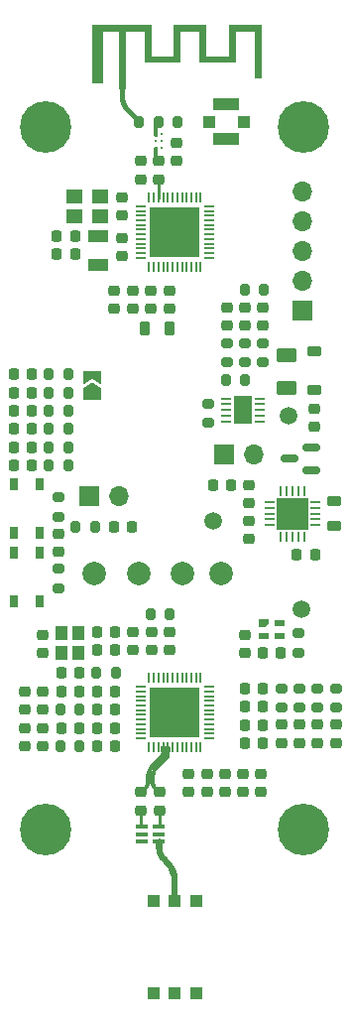
<source format=gts>
%TF.GenerationSoftware,KiCad,Pcbnew,8.0.6*%
%TF.CreationDate,2024-12-19T09:14:43+01:00*%
%TF.ProjectId,Clicker_PCB,436c6963-6b65-4725-9f50-43422e6b6963,rev?*%
%TF.SameCoordinates,Original*%
%TF.FileFunction,Soldermask,Top*%
%TF.FilePolarity,Negative*%
%FSLAX46Y46*%
G04 Gerber Fmt 4.6, Leading zero omitted, Abs format (unit mm)*
G04 Created by KiCad (PCBNEW 8.0.6) date 2024-12-19 09:14:43*
%MOMM*%
%LPD*%
G01*
G04 APERTURE LIST*
G04 Aperture macros list*
%AMRoundRect*
0 Rectangle with rounded corners*
0 $1 Rounding radius*
0 $2 $3 $4 $5 $6 $7 $8 $9 X,Y pos of 4 corners*
0 Add a 4 corners polygon primitive as box body*
4,1,4,$2,$3,$4,$5,$6,$7,$8,$9,$2,$3,0*
0 Add four circle primitives for the rounded corners*
1,1,$1+$1,$2,$3*
1,1,$1+$1,$4,$5*
1,1,$1+$1,$6,$7*
1,1,$1+$1,$8,$9*
0 Add four rect primitives between the rounded corners*
20,1,$1+$1,$2,$3,$4,$5,0*
20,1,$1+$1,$4,$5,$6,$7,0*
20,1,$1+$1,$6,$7,$8,$9,0*
20,1,$1+$1,$8,$9,$2,$3,0*%
%AMOutline5P*
0 Free polygon, 5 corners , with rotation*
0 The origin of the aperture is its center*
0 number of corners: always 5*
0 $1 to $10 corner X, Y*
0 $11 Rotation angle, in degrees counterclockwise*
0 create outline with 5 corners*
4,1,5,$1,$2,$3,$4,$5,$6,$7,$8,$9,$10,$1,$2,$11*%
%AMOutline6P*
0 Free polygon, 6 corners , with rotation*
0 The origin of the aperture is its center*
0 number of corners: always 6*
0 $1 to $12 corner X, Y*
0 $13 Rotation angle, in degrees counterclockwise*
0 create outline with 6 corners*
4,1,6,$1,$2,$3,$4,$5,$6,$7,$8,$9,$10,$11,$12,$1,$2,$13*%
%AMOutline7P*
0 Free polygon, 7 corners , with rotation*
0 The origin of the aperture is its center*
0 number of corners: always 7*
0 $1 to $14 corner X, Y*
0 $15 Rotation angle, in degrees counterclockwise*
0 create outline with 7 corners*
4,1,7,$1,$2,$3,$4,$5,$6,$7,$8,$9,$10,$11,$12,$13,$14,$1,$2,$15*%
%AMOutline8P*
0 Free polygon, 8 corners , with rotation*
0 The origin of the aperture is its center*
0 number of corners: always 8*
0 $1 to $16 corner X, Y*
0 $17 Rotation angle, in degrees counterclockwise*
0 create outline with 8 corners*
4,1,8,$1,$2,$3,$4,$5,$6,$7,$8,$9,$10,$11,$12,$13,$14,$15,$16,$1,$2,$17*%
%AMFreePoly0*
4,1,6,1.000000,0.000000,0.500000,-0.750000,-0.500000,-0.750000,-0.500000,0.750000,0.500000,0.750000,1.000000,0.000000,1.000000,0.000000,$1*%
%AMFreePoly1*
4,1,6,0.500000,-0.750000,-0.650000,-0.750000,-0.150000,0.000000,-0.650000,0.750000,0.500000,0.750000,0.500000,-0.750000,0.500000,-0.750000,$1*%
G04 Aperture macros list end*
%ADD10C,0.200000*%
%ADD11C,0.100000*%
%ADD12RoundRect,0.225000X-0.250000X0.225000X-0.250000X-0.225000X0.250000X-0.225000X0.250000X0.225000X0*%
%ADD13C,0.700000*%
%ADD14C,4.400000*%
%ADD15RoundRect,0.218750X-0.381250X0.218750X-0.381250X-0.218750X0.381250X-0.218750X0.381250X0.218750X0*%
%ADD16RoundRect,0.200000X0.275000X-0.200000X0.275000X0.200000X-0.275000X0.200000X-0.275000X-0.200000X0*%
%ADD17RoundRect,0.200000X-0.275000X0.200000X-0.275000X-0.200000X0.275000X-0.200000X0.275000X0.200000X0*%
%ADD18RoundRect,0.225000X0.225000X0.250000X-0.225000X0.250000X-0.225000X-0.250000X0.225000X-0.250000X0*%
%ADD19RoundRect,0.225000X0.375000X-0.225000X0.375000X0.225000X-0.375000X0.225000X-0.375000X-0.225000X0*%
%ADD20RoundRect,0.225000X-0.225000X-0.250000X0.225000X-0.250000X0.225000X0.250000X-0.225000X0.250000X0*%
%ADD21Outline5P,-0.425000X0.300000X0.425000X0.300000X0.425000X-0.030000X0.155000X-0.300000X-0.425000X-0.300000X0.000000*%
%ADD22R,0.850000X0.600000*%
%ADD23RoundRect,0.218750X-0.218750X-0.256250X0.218750X-0.256250X0.218750X0.256250X-0.218750X0.256250X0*%
%ADD24RoundRect,0.250000X-0.625000X0.375000X-0.625000X-0.375000X0.625000X-0.375000X0.625000X0.375000X0*%
%ADD25R,1.700000X1.700000*%
%ADD26O,1.700000X1.700000*%
%ADD27RoundRect,0.218750X0.256250X-0.218750X0.256250X0.218750X-0.256250X0.218750X-0.256250X-0.218750X0*%
%ADD28R,1.100000X1.100000*%
%ADD29RoundRect,0.225000X0.250000X-0.225000X0.250000X0.225000X-0.250000X0.225000X-0.250000X-0.225000X0*%
%ADD30RoundRect,0.062500X0.337500X0.062500X-0.337500X0.062500X-0.337500X-0.062500X0.337500X-0.062500X0*%
%ADD31RoundRect,0.062500X0.062500X0.337500X-0.062500X0.337500X-0.062500X-0.337500X0.062500X-0.337500X0*%
%ADD32R,2.700000X2.700000*%
%ADD33RoundRect,0.200000X-0.200000X-0.275000X0.200000X-0.275000X0.200000X0.275000X-0.200000X0.275000X0*%
%ADD34C,0.255000*%
%ADD35FreePoly0,90.000000*%
%ADD36FreePoly1,90.000000*%
%ADD37R,1.400000X1.200000*%
%ADD38R,0.650000X1.050000*%
%ADD39R,1.000000X1.150000*%
%ADD40RoundRect,0.200000X0.200000X0.275000X-0.200000X0.275000X-0.200000X-0.275000X0.200000X-0.275000X0*%
%ADD41C,2.000000*%
%ADD42R,1.800000X1.000000*%
%ADD43C,1.500000*%
%ADD44R,1.000000X1.000000*%
%ADD45R,2.200000X1.050000*%
%ADD46RoundRect,0.150000X0.587500X0.150000X-0.587500X0.150000X-0.587500X-0.150000X0.587500X-0.150000X0*%
%ADD47RoundRect,0.050000X-0.375000X-0.050000X0.375000X-0.050000X0.375000X0.050000X-0.375000X0.050000X0*%
%ADD48RoundRect,0.050000X-0.050000X-0.375000X0.050000X-0.375000X0.050000X0.375000X-0.050000X0.375000X0*%
%ADD49R,4.200000X4.200000*%
%ADD50RoundRect,0.050000X0.350000X0.050000X-0.350000X0.050000X-0.350000X-0.050000X0.350000X-0.050000X0*%
%ADD51RoundRect,0.050000X0.050000X0.350000X-0.050000X0.350000X-0.050000X-0.350000X0.050000X-0.350000X0*%
%ADD52R,4.300000X4.300000*%
%ADD53R,1.000000X0.300000*%
%ADD54RoundRect,0.218750X-0.218750X-0.381250X0.218750X-0.381250X0.218750X0.381250X-0.218750X0.381250X0*%
%ADD55RoundRect,0.062500X0.350000X0.062500X-0.350000X0.062500X-0.350000X-0.062500X0.350000X-0.062500X0*%
%ADD56R,1.580000X2.350000*%
G04 APERTURE END LIST*
D10*
X119350249Y-155144649D02*
X119377839Y-155172239D01*
X119392771Y-155208287D01*
X119394692Y-155227796D01*
X119394692Y-155516458D01*
X119400563Y-155524105D01*
X119414825Y-155558498D01*
X119416836Y-155573707D01*
X119417771Y-155575964D01*
X119419626Y-155594811D01*
X119419706Y-155595410D01*
X119419692Y-155595410D01*
X119419687Y-155595426D01*
X119419692Y-155595473D01*
X119419692Y-155729052D01*
X119419690Y-155729062D01*
X119419692Y-155729066D01*
X119418796Y-155738147D01*
X119417771Y-155748561D01*
X119417768Y-155748566D01*
X119410743Y-155819809D01*
X119384264Y-155907062D01*
X119341274Y-155987475D01*
X119295922Y-156042728D01*
X119295885Y-156042819D01*
X119283448Y-156057972D01*
X118557973Y-156783448D01*
X118557632Y-156783727D01*
X118488594Y-156852770D01*
X118369185Y-157008398D01*
X118271111Y-157178280D01*
X118196050Y-157359510D01*
X118145286Y-157548987D01*
X118119689Y-157743469D01*
X118119692Y-157841549D01*
X118119692Y-158096210D01*
X118106374Y-158265407D01*
X118066753Y-158430437D01*
X118001803Y-158587238D01*
X117913124Y-158731947D01*
X117803017Y-158860863D01*
X117802902Y-158861005D01*
X117533080Y-159130829D01*
X117533045Y-159130856D01*
X117533039Y-159130869D01*
X117532921Y-159130958D01*
X117517927Y-159143265D01*
X117515621Y-159144220D01*
X117499829Y-159156325D01*
X117461165Y-159172324D01*
X117441549Y-159174902D01*
X117439201Y-159175875D01*
X117419692Y-159177796D01*
X117394692Y-159177796D01*
X117375183Y-159175875D01*
X117339135Y-159160943D01*
X117311545Y-159133353D01*
X117296613Y-159097305D01*
X117296613Y-159058287D01*
X117311545Y-159022239D01*
X117339135Y-158994649D01*
X117375183Y-158979717D01*
X117394692Y-158977796D01*
X117403269Y-158977796D01*
X117661480Y-158719584D01*
X117661480Y-158719583D01*
X117661478Y-158719581D01*
X117710539Y-158670521D01*
X117792103Y-158558258D01*
X117855101Y-158434619D01*
X117897983Y-158302646D01*
X117919691Y-158165590D01*
X117919692Y-158096208D01*
X117919692Y-157841546D01*
X117934198Y-157620129D01*
X117977481Y-157402491D01*
X118048802Y-157192364D01*
X118146940Y-156993344D01*
X118270215Y-156808837D01*
X118416519Y-156641998D01*
X118416549Y-156642029D01*
X118416551Y-156642026D01*
X119142027Y-155916551D01*
X119142030Y-155916548D01*
X119142010Y-155916528D01*
X119166696Y-155891845D01*
X119201610Y-155831384D01*
X119219687Y-155763947D01*
X119219692Y-155729038D01*
X119219692Y-155614126D01*
X119213808Y-155606457D01*
X119199559Y-155572066D01*
X119197558Y-155556909D01*
X119196613Y-155554627D01*
X119194720Y-155535402D01*
X119194688Y-155535160D01*
X119194692Y-155535160D01*
X119194695Y-155535148D01*
X119194692Y-155535118D01*
X119194692Y-155227796D01*
X119196613Y-155208287D01*
X119211545Y-155172239D01*
X119239135Y-155144649D01*
X119275183Y-155129717D01*
X119314201Y-155129717D01*
X119350249Y-155144649D01*
G36*
X119350249Y-155144649D02*
G01*
X119377839Y-155172239D01*
X119392771Y-155208287D01*
X119394692Y-155227796D01*
X119394692Y-155516458D01*
X119400563Y-155524105D01*
X119414825Y-155558498D01*
X119416836Y-155573707D01*
X119417771Y-155575964D01*
X119419626Y-155594811D01*
X119419706Y-155595410D01*
X119419692Y-155595410D01*
X119419687Y-155595426D01*
X119419692Y-155595473D01*
X119419692Y-155729052D01*
X119419690Y-155729062D01*
X119419692Y-155729066D01*
X119418796Y-155738147D01*
X119417771Y-155748561D01*
X119417768Y-155748566D01*
X119410743Y-155819809D01*
X119384264Y-155907062D01*
X119341274Y-155987475D01*
X119295922Y-156042728D01*
X119295885Y-156042819D01*
X119283448Y-156057972D01*
X118557973Y-156783448D01*
X118557632Y-156783727D01*
X118488594Y-156852770D01*
X118369185Y-157008398D01*
X118271111Y-157178280D01*
X118196050Y-157359510D01*
X118145286Y-157548987D01*
X118119689Y-157743469D01*
X118119692Y-157841549D01*
X118119692Y-158096210D01*
X118106374Y-158265407D01*
X118066753Y-158430437D01*
X118001803Y-158587238D01*
X117913124Y-158731947D01*
X117803017Y-158860863D01*
X117802902Y-158861005D01*
X117533080Y-159130829D01*
X117533045Y-159130856D01*
X117533039Y-159130869D01*
X117532921Y-159130958D01*
X117517927Y-159143265D01*
X117515621Y-159144220D01*
X117499829Y-159156325D01*
X117461165Y-159172324D01*
X117441549Y-159174902D01*
X117439201Y-159175875D01*
X117419692Y-159177796D01*
X117394692Y-159177796D01*
X117375183Y-159175875D01*
X117339135Y-159160943D01*
X117311545Y-159133353D01*
X117296613Y-159097305D01*
X117296613Y-159058287D01*
X117311545Y-159022239D01*
X117339135Y-158994649D01*
X117375183Y-158979717D01*
X117394692Y-158977796D01*
X117403269Y-158977796D01*
X117661480Y-158719584D01*
X117661480Y-158719583D01*
X117661478Y-158719581D01*
X117710539Y-158670521D01*
X117792103Y-158558258D01*
X117855101Y-158434619D01*
X117897983Y-158302646D01*
X117919691Y-158165590D01*
X117919692Y-158096208D01*
X117919692Y-157841546D01*
X117934198Y-157620129D01*
X117977481Y-157402491D01*
X118048802Y-157192364D01*
X118146940Y-156993344D01*
X118270215Y-156808837D01*
X118416519Y-156641998D01*
X118416549Y-156642029D01*
X118416551Y-156642026D01*
X119142027Y-155916551D01*
X119142030Y-155916548D01*
X119142010Y-155916528D01*
X119166696Y-155891845D01*
X119201610Y-155831384D01*
X119219687Y-155763947D01*
X119219692Y-155729038D01*
X119219692Y-155614126D01*
X119213808Y-155606457D01*
X119199559Y-155572066D01*
X119197558Y-155556909D01*
X119196613Y-155554627D01*
X119194720Y-155535402D01*
X119194688Y-155535160D01*
X119194692Y-155535160D01*
X119194695Y-155535148D01*
X119194692Y-155535118D01*
X119194692Y-155227796D01*
X119196613Y-155208287D01*
X119211545Y-155172239D01*
X119239135Y-155144649D01*
X119275183Y-155129717D01*
X119314201Y-155129717D01*
X119350249Y-155144649D01*
G37*
D11*
X118719446Y-104000066D02*
X118753934Y-104034554D01*
X118772598Y-104079614D01*
X118775000Y-104104000D01*
X118775000Y-104975000D01*
X118772598Y-104999386D01*
X118753934Y-105044446D01*
X118719446Y-105078934D01*
X118674386Y-105097598D01*
X118625614Y-105097598D01*
X118580554Y-105078934D01*
X118546066Y-105044446D01*
X118527402Y-104999386D01*
X118525000Y-104975000D01*
X118525000Y-104104000D01*
X118527402Y-104079614D01*
X118546066Y-104034554D01*
X118580554Y-104000066D01*
X118625614Y-103981402D01*
X118674386Y-103981402D01*
X118719446Y-104000066D01*
G36*
X118719446Y-104000066D02*
G01*
X118753934Y-104034554D01*
X118772598Y-104079614D01*
X118775000Y-104104000D01*
X118775000Y-104975000D01*
X118772598Y-104999386D01*
X118753934Y-105044446D01*
X118719446Y-105078934D01*
X118674386Y-105097598D01*
X118625614Y-105097598D01*
X118580554Y-105078934D01*
X118546066Y-105044446D01*
X118527402Y-104999386D01*
X118525000Y-104975000D01*
X118525000Y-104104000D01*
X118527402Y-104079614D01*
X118546066Y-104034554D01*
X118580554Y-104000066D01*
X118625614Y-103981402D01*
X118674386Y-103981402D01*
X118719446Y-104000066D01*
G37*
X118200000Y-96264879D02*
X118199944Y-96264935D01*
X118200010Y-96265001D01*
X120199936Y-96265001D01*
X120200000Y-96264937D01*
X120200000Y-93625000D01*
X122900000Y-93625000D01*
X122900057Y-93625057D01*
X122900057Y-96264886D01*
X124900022Y-96264886D01*
X124900046Y-96264862D01*
X124900046Y-93625046D01*
X124900000Y-93625000D01*
X127600000Y-93625000D01*
X127600000Y-98062500D01*
X127100000Y-98062500D01*
X127100000Y-94125000D01*
X125400000Y-94125000D01*
X125400000Y-96764974D01*
X125400038Y-96765012D01*
X122400074Y-96765012D01*
X122399963Y-96764901D01*
X122399963Y-94125037D01*
X122400000Y-94125000D01*
X120700000Y-94125000D01*
X120700000Y-96764816D01*
X120700121Y-96764937D01*
X120700010Y-96765048D01*
X117699903Y-96765048D01*
X117699903Y-94125097D01*
X117700000Y-94125000D01*
X116000000Y-94125000D01*
X116000000Y-99025000D01*
X115500000Y-99025000D01*
X115500000Y-94125000D01*
X114100000Y-94125000D01*
X114100000Y-98525000D01*
X113200000Y-98525000D01*
X113200000Y-93625000D01*
X118200000Y-93625000D01*
X118200000Y-96264879D01*
G36*
X118200000Y-96264879D02*
G01*
X118199944Y-96264935D01*
X118200010Y-96265001D01*
X120199936Y-96265001D01*
X120200000Y-96264937D01*
X120200000Y-93625000D01*
X122900000Y-93625000D01*
X122900057Y-93625057D01*
X122900057Y-96264886D01*
X124900022Y-96264886D01*
X124900046Y-96264862D01*
X124900046Y-93625046D01*
X124900000Y-93625000D01*
X127600000Y-93625000D01*
X127600000Y-98062500D01*
X127100000Y-98062500D01*
X127100000Y-94125000D01*
X125400000Y-94125000D01*
X125400000Y-96764974D01*
X125400038Y-96765012D01*
X122400074Y-96765012D01*
X122399963Y-96764901D01*
X122399963Y-94125037D01*
X122400000Y-94125000D01*
X120700000Y-94125000D01*
X120700000Y-96764816D01*
X120700121Y-96764937D01*
X120700010Y-96765048D01*
X117699903Y-96765048D01*
X117699903Y-94125097D01*
X117700000Y-94125000D01*
X116000000Y-94125000D01*
X116000000Y-99025000D01*
X115500000Y-99025000D01*
X115500000Y-94125000D01*
X114100000Y-94125000D01*
X114100000Y-98525000D01*
X113200000Y-98525000D01*
X113200000Y-93625000D01*
X118200000Y-93625000D01*
X118200000Y-96264879D01*
G37*
D10*
X119047225Y-163154492D02*
X119095507Y-163202774D01*
X119121637Y-163265858D01*
X119125000Y-163299999D01*
X119125000Y-163849999D01*
X119124995Y-163850049D01*
X119124995Y-163940728D01*
X119153381Y-164119952D01*
X119209455Y-164292528D01*
X119291836Y-164454208D01*
X119398496Y-164601010D01*
X119462652Y-164665164D01*
X119748744Y-164951256D01*
X119748765Y-164951281D01*
X119934030Y-165158593D01*
X120094938Y-165385371D01*
X120229443Y-165628739D01*
X120335854Y-165885636D01*
X120412832Y-166152832D01*
X120459410Y-166426967D01*
X120475002Y-166704594D01*
X120475000Y-166704594D01*
X120475000Y-168325000D01*
X120471637Y-168359141D01*
X120445507Y-168422225D01*
X120397225Y-168470507D01*
X120334141Y-168496637D01*
X120265859Y-168496637D01*
X120202775Y-168470507D01*
X120154493Y-168422225D01*
X120128363Y-168359141D01*
X120125000Y-168325000D01*
X120125000Y-166704594D01*
X120125002Y-166704573D01*
X120125002Y-166584999D01*
X120098221Y-166347312D01*
X120044995Y-166114118D01*
X119965995Y-165888350D01*
X119862214Y-165672846D01*
X119734956Y-165470317D01*
X119585823Y-165283310D01*
X119501256Y-165198744D01*
X119215165Y-164912653D01*
X119215148Y-164912633D01*
X119085552Y-164764859D01*
X118976337Y-164601410D01*
X118889392Y-164425105D01*
X118826203Y-164238958D01*
X118787852Y-164046157D01*
X118774995Y-163849999D01*
X118775000Y-163849999D01*
X118775000Y-163299999D01*
X118778363Y-163265858D01*
X118804493Y-163202774D01*
X118852775Y-163154492D01*
X118915859Y-163128362D01*
X118984141Y-163128362D01*
X119047225Y-163154492D01*
G36*
X119047225Y-163154492D02*
G01*
X119095507Y-163202774D01*
X119121637Y-163265858D01*
X119125000Y-163299999D01*
X119125000Y-163849999D01*
X119124995Y-163850049D01*
X119124995Y-163940728D01*
X119153381Y-164119952D01*
X119209455Y-164292528D01*
X119291836Y-164454208D01*
X119398496Y-164601010D01*
X119462652Y-164665164D01*
X119748744Y-164951256D01*
X119748765Y-164951281D01*
X119934030Y-165158593D01*
X120094938Y-165385371D01*
X120229443Y-165628739D01*
X120335854Y-165885636D01*
X120412832Y-166152832D01*
X120459410Y-166426967D01*
X120475002Y-166704594D01*
X120475000Y-166704594D01*
X120475000Y-168325000D01*
X120471637Y-168359141D01*
X120445507Y-168422225D01*
X120397225Y-168470507D01*
X120334141Y-168496637D01*
X120265859Y-168496637D01*
X120202775Y-168470507D01*
X120154493Y-168422225D01*
X120128363Y-168359141D01*
X120125000Y-168325000D01*
X120125000Y-166704594D01*
X120125002Y-166704573D01*
X120125002Y-166584999D01*
X120098221Y-166347312D01*
X120044995Y-166114118D01*
X119965995Y-165888350D01*
X119862214Y-165672846D01*
X119734956Y-165470317D01*
X119585823Y-165283310D01*
X119501256Y-165198744D01*
X119215165Y-164912653D01*
X119215148Y-164912633D01*
X119085552Y-164764859D01*
X118976337Y-164601410D01*
X118889392Y-164425105D01*
X118826203Y-164238958D01*
X118787852Y-164046157D01*
X118774995Y-163849999D01*
X118775000Y-163849999D01*
X118775000Y-163299999D01*
X118778363Y-163265858D01*
X118804493Y-163202774D01*
X118852775Y-163154492D01*
X118915859Y-163128362D01*
X118984141Y-163128362D01*
X119047225Y-163154492D01*
G37*
D11*
X115847225Y-98629493D02*
X115895507Y-98677775D01*
X115921637Y-98740859D01*
X115925000Y-98775000D01*
X115925000Y-99575000D01*
X115925009Y-99575000D01*
X115925009Y-99690118D01*
X115955060Y-99918385D01*
X116014649Y-100140777D01*
X116102755Y-100353489D01*
X116217872Y-100552880D01*
X116358030Y-100735541D01*
X116439429Y-100816941D01*
X117373744Y-101751256D01*
X117395507Y-101777776D01*
X117421637Y-101840860D01*
X117421637Y-101909141D01*
X117395507Y-101972224D01*
X117347224Y-102020507D01*
X117284141Y-102046637D01*
X117215860Y-102046637D01*
X117152776Y-102020507D01*
X117126256Y-101998744D01*
X116191941Y-101064429D01*
X116191932Y-101064418D01*
X116034545Y-100888298D01*
X115897859Y-100695654D01*
X115783602Y-100488917D01*
X115693209Y-100270687D01*
X115627819Y-100043710D01*
X115588253Y-99810838D01*
X115575020Y-99575212D01*
X115575000Y-99575000D01*
X115575000Y-98775000D01*
X115578363Y-98740859D01*
X115604493Y-98677775D01*
X115652775Y-98629493D01*
X115715859Y-98603363D01*
X115784141Y-98603363D01*
X115847225Y-98629493D01*
G36*
X115847225Y-98629493D02*
G01*
X115895507Y-98677775D01*
X115921637Y-98740859D01*
X115925000Y-98775000D01*
X115925000Y-99575000D01*
X115925009Y-99575000D01*
X115925009Y-99690118D01*
X115955060Y-99918385D01*
X116014649Y-100140777D01*
X116102755Y-100353489D01*
X116217872Y-100552880D01*
X116358030Y-100735541D01*
X116439429Y-100816941D01*
X117373744Y-101751256D01*
X117395507Y-101777776D01*
X117421637Y-101840860D01*
X117421637Y-101909141D01*
X117395507Y-101972224D01*
X117347224Y-102020507D01*
X117284141Y-102046637D01*
X117215860Y-102046637D01*
X117152776Y-102020507D01*
X117126256Y-101998744D01*
X116191941Y-101064429D01*
X116191932Y-101064418D01*
X116034545Y-100888298D01*
X115897859Y-100695654D01*
X115783602Y-100488917D01*
X115693209Y-100270687D01*
X115627819Y-100043710D01*
X115588253Y-99810838D01*
X115575020Y-99575212D01*
X115575000Y-99575000D01*
X115575000Y-98775000D01*
X115578363Y-98740859D01*
X115604493Y-98677775D01*
X115652775Y-98629493D01*
X115715859Y-98603363D01*
X115784141Y-98603363D01*
X115847225Y-98629493D01*
G37*
X117455557Y-160541853D02*
X117483147Y-160569443D01*
X117498079Y-160605491D01*
X117500000Y-160625000D01*
X117500000Y-161914645D01*
X117498079Y-161934154D01*
X117483147Y-161970202D01*
X117455557Y-161997792D01*
X117419509Y-162012724D01*
X117380491Y-162012724D01*
X117344443Y-161997792D01*
X117316853Y-161970202D01*
X117301921Y-161934154D01*
X117300000Y-161914645D01*
X117300000Y-160625000D01*
X117301921Y-160605491D01*
X117316853Y-160569443D01*
X117344443Y-160541853D01*
X117380491Y-160526921D01*
X117419509Y-160526921D01*
X117455557Y-160541853D01*
G36*
X117455557Y-160541853D02*
G01*
X117483147Y-160569443D01*
X117498079Y-160605491D01*
X117500000Y-160625000D01*
X117500000Y-161914645D01*
X117498079Y-161934154D01*
X117483147Y-161970202D01*
X117455557Y-161997792D01*
X117419509Y-162012724D01*
X117380491Y-162012724D01*
X117344443Y-161997792D01*
X117316853Y-161970202D01*
X117301921Y-161934154D01*
X117300000Y-161914645D01*
X117300000Y-160625000D01*
X117301921Y-160605491D01*
X117316853Y-160569443D01*
X117344443Y-160541853D01*
X117380491Y-160526921D01*
X117419509Y-160526921D01*
X117455557Y-160541853D01*
G37*
X118955558Y-106691854D02*
X118983148Y-106719444D01*
X118998080Y-106755492D01*
X119000001Y-106775001D01*
X119000001Y-108325000D01*
X118998080Y-108344509D01*
X118983148Y-108380557D01*
X118955558Y-108408147D01*
X118919510Y-108423079D01*
X118880492Y-108423079D01*
X118844444Y-108408147D01*
X118816854Y-108380557D01*
X118801922Y-108344509D01*
X118800001Y-108325000D01*
X118800001Y-106775001D01*
X118801922Y-106755492D01*
X118816854Y-106719444D01*
X118844444Y-106691854D01*
X118880492Y-106676922D01*
X118919510Y-106676922D01*
X118955558Y-106691854D01*
G36*
X118955558Y-106691854D02*
G01*
X118983148Y-106719444D01*
X118998080Y-106755492D01*
X119000001Y-106775001D01*
X119000001Y-108325000D01*
X118998080Y-108344509D01*
X118983148Y-108380557D01*
X118955558Y-108408147D01*
X118919510Y-108423079D01*
X118880492Y-108423079D01*
X118844444Y-108408147D01*
X118816854Y-108380557D01*
X118801922Y-108344509D01*
X118800001Y-108325000D01*
X118800001Y-106775001D01*
X118801922Y-106755492D01*
X118816854Y-106719444D01*
X118844444Y-106691854D01*
X118880492Y-106676922D01*
X118919510Y-106676922D01*
X118955558Y-106691854D01*
G37*
X119055557Y-160541853D02*
X119083147Y-160569443D01*
X119098079Y-160605491D01*
X119100000Y-160625000D01*
X119100000Y-161914645D01*
X119098079Y-161934154D01*
X119083147Y-161970202D01*
X119055557Y-161997792D01*
X119019509Y-162012724D01*
X118980491Y-162012724D01*
X118944443Y-161997792D01*
X118916853Y-161970202D01*
X118901921Y-161934154D01*
X118900000Y-161914645D01*
X118900000Y-160625000D01*
X118901921Y-160605491D01*
X118916853Y-160569443D01*
X118944443Y-160541853D01*
X118980491Y-160526921D01*
X119019509Y-160526921D01*
X119055557Y-160541853D01*
G36*
X119055557Y-160541853D02*
G01*
X119083147Y-160569443D01*
X119098079Y-160605491D01*
X119100000Y-160625000D01*
X119100000Y-161914645D01*
X119098079Y-161934154D01*
X119083147Y-161970202D01*
X119055557Y-161997792D01*
X119019509Y-162012724D01*
X118980491Y-162012724D01*
X118944443Y-161997792D01*
X118916853Y-161970202D01*
X118901921Y-161934154D01*
X118900000Y-161914645D01*
X118900000Y-160625000D01*
X118901921Y-160605491D01*
X118916853Y-160569443D01*
X118944443Y-160541853D01*
X118980491Y-160526921D01*
X119019509Y-160526921D01*
X119055557Y-160541853D01*
G37*
X118719446Y-102046066D02*
X118753934Y-102080554D01*
X118772598Y-102125614D01*
X118775000Y-102150000D01*
X118775000Y-102950000D01*
X118772598Y-102974386D01*
X118753934Y-103019446D01*
X118719446Y-103053934D01*
X118674386Y-103072598D01*
X118625614Y-103072598D01*
X118580554Y-103053934D01*
X118546066Y-103019446D01*
X118527402Y-102974386D01*
X118525000Y-102950000D01*
X118525000Y-102150000D01*
X118527402Y-102125614D01*
X118546066Y-102080554D01*
X118580554Y-102046066D01*
X118625614Y-102027402D01*
X118674386Y-102027402D01*
X118719446Y-102046066D01*
G36*
X118719446Y-102046066D02*
G01*
X118753934Y-102080554D01*
X118772598Y-102125614D01*
X118775000Y-102150000D01*
X118775000Y-102950000D01*
X118772598Y-102974386D01*
X118753934Y-103019446D01*
X118719446Y-103053934D01*
X118674386Y-103072598D01*
X118625614Y-103072598D01*
X118580554Y-103053934D01*
X118546066Y-103019446D01*
X118527402Y-102974386D01*
X118525000Y-102950000D01*
X118525000Y-102150000D01*
X118527402Y-102125614D01*
X118546066Y-102080554D01*
X118580554Y-102046066D01*
X118625614Y-102027402D01*
X118674386Y-102027402D01*
X118719446Y-102046066D01*
G37*
D10*
X119755557Y-155141853D02*
X119783147Y-155169443D01*
X119798079Y-155205491D01*
X119800000Y-155225000D01*
X119800000Y-155532322D01*
X119799996Y-155532360D01*
X119800000Y-155532374D01*
X119799979Y-155532526D01*
X119798079Y-155551831D01*
X119797126Y-155554131D01*
X119795125Y-155569281D01*
X119780870Y-155603671D01*
X119775000Y-155611319D01*
X119775000Y-155798744D01*
X119774999Y-155798749D01*
X119775000Y-155798752D01*
X119774185Y-155807017D01*
X119773079Y-155818253D01*
X119773077Y-155818256D01*
X119762691Y-155923637D01*
X119726256Y-156043722D01*
X119667096Y-156154392D01*
X119599962Y-156236190D01*
X119599936Y-156236255D01*
X119587500Y-156251409D01*
X118862024Y-156976885D01*
X118861739Y-156977118D01*
X118800761Y-157038101D01*
X118695316Y-157175528D01*
X118608712Y-157325542D01*
X118542429Y-157485577D01*
X118497602Y-157652895D01*
X118474998Y-157824632D01*
X118475000Y-157911241D01*
X118475000Y-158093413D01*
X118474995Y-158093463D01*
X118474996Y-158162794D01*
X118496705Y-158299851D01*
X118539587Y-158431824D01*
X118602586Y-158555465D01*
X118684150Y-158667728D01*
X118991422Y-158975000D01*
X119000000Y-158975000D01*
X119019509Y-158976921D01*
X119055557Y-158991853D01*
X119083147Y-159019443D01*
X119098079Y-159055491D01*
X119098079Y-159094509D01*
X119083147Y-159130557D01*
X119055557Y-159158147D01*
X119019509Y-159173079D01*
X119000000Y-159175000D01*
X118975000Y-159175000D01*
X118955491Y-159173079D01*
X118953207Y-159172133D01*
X118933512Y-159169542D01*
X118894848Y-159153538D01*
X118879019Y-159141402D01*
X118876765Y-159140469D01*
X118862046Y-159128390D01*
X118861639Y-159128078D01*
X118861648Y-159128069D01*
X118861641Y-159128058D01*
X118861611Y-159128033D01*
X118591789Y-158858211D01*
X118591743Y-158858155D01*
X118481565Y-158729154D01*
X118392885Y-158584443D01*
X118327935Y-158427643D01*
X118288313Y-158262612D01*
X118274995Y-158093414D01*
X118275000Y-158093414D01*
X118275000Y-157911238D01*
X118288010Y-157712664D01*
X118326828Y-157517478D01*
X118390792Y-157329029D01*
X118478806Y-157150540D01*
X118589364Y-156985067D01*
X118720575Y-156835440D01*
X118720600Y-156835465D01*
X119446079Y-156109986D01*
X119446065Y-156109972D01*
X119476720Y-156079318D01*
X119524892Y-156007228D01*
X119558076Y-155927125D01*
X119574997Y-155842088D01*
X119575000Y-155798736D01*
X119575000Y-155592677D01*
X119575003Y-155592637D01*
X119575000Y-155592623D01*
X119575020Y-155592464D01*
X119576921Y-155573168D01*
X119577874Y-155570866D01*
X119579876Y-155555717D01*
X119594131Y-155521328D01*
X119600000Y-155513680D01*
X119600000Y-155225000D01*
X119601921Y-155205491D01*
X119616853Y-155169443D01*
X119644443Y-155141853D01*
X119680491Y-155126921D01*
X119719509Y-155126921D01*
X119755557Y-155141853D01*
G36*
X119755557Y-155141853D02*
G01*
X119783147Y-155169443D01*
X119798079Y-155205491D01*
X119800000Y-155225000D01*
X119800000Y-155532322D01*
X119799996Y-155532360D01*
X119800000Y-155532374D01*
X119799979Y-155532526D01*
X119798079Y-155551831D01*
X119797126Y-155554131D01*
X119795125Y-155569281D01*
X119780870Y-155603671D01*
X119775000Y-155611319D01*
X119775000Y-155798744D01*
X119774999Y-155798749D01*
X119775000Y-155798752D01*
X119774185Y-155807017D01*
X119773079Y-155818253D01*
X119773077Y-155818256D01*
X119762691Y-155923637D01*
X119726256Y-156043722D01*
X119667096Y-156154392D01*
X119599962Y-156236190D01*
X119599936Y-156236255D01*
X119587500Y-156251409D01*
X118862024Y-156976885D01*
X118861739Y-156977118D01*
X118800761Y-157038101D01*
X118695316Y-157175528D01*
X118608712Y-157325542D01*
X118542429Y-157485577D01*
X118497602Y-157652895D01*
X118474998Y-157824632D01*
X118475000Y-157911241D01*
X118475000Y-158093413D01*
X118474995Y-158093463D01*
X118474996Y-158162794D01*
X118496705Y-158299851D01*
X118539587Y-158431824D01*
X118602586Y-158555465D01*
X118684150Y-158667728D01*
X118991422Y-158975000D01*
X119000000Y-158975000D01*
X119019509Y-158976921D01*
X119055557Y-158991853D01*
X119083147Y-159019443D01*
X119098079Y-159055491D01*
X119098079Y-159094509D01*
X119083147Y-159130557D01*
X119055557Y-159158147D01*
X119019509Y-159173079D01*
X119000000Y-159175000D01*
X118975000Y-159175000D01*
X118955491Y-159173079D01*
X118953207Y-159172133D01*
X118933512Y-159169542D01*
X118894848Y-159153538D01*
X118879019Y-159141402D01*
X118876765Y-159140469D01*
X118862046Y-159128390D01*
X118861639Y-159128078D01*
X118861648Y-159128069D01*
X118861641Y-159128058D01*
X118861611Y-159128033D01*
X118591789Y-158858211D01*
X118591743Y-158858155D01*
X118481565Y-158729154D01*
X118392885Y-158584443D01*
X118327935Y-158427643D01*
X118288313Y-158262612D01*
X118274995Y-158093414D01*
X118275000Y-158093414D01*
X118275000Y-157911238D01*
X118288010Y-157712664D01*
X118326828Y-157517478D01*
X118390792Y-157329029D01*
X118478806Y-157150540D01*
X118589364Y-156985067D01*
X118720575Y-156835440D01*
X118720600Y-156835465D01*
X119446079Y-156109986D01*
X119446065Y-156109972D01*
X119476720Y-156079318D01*
X119524892Y-156007228D01*
X119558076Y-155927125D01*
X119574997Y-155842088D01*
X119575000Y-155798736D01*
X119575000Y-155592677D01*
X119575003Y-155592637D01*
X119575000Y-155592623D01*
X119575020Y-155592464D01*
X119576921Y-155573168D01*
X119577874Y-155570866D01*
X119579876Y-155555717D01*
X119594131Y-155521328D01*
X119600000Y-155513680D01*
X119600000Y-155225000D01*
X119601921Y-155205491D01*
X119616853Y-155169443D01*
X119644443Y-155141853D01*
X119680491Y-155126921D01*
X119719509Y-155126921D01*
X119755557Y-155141853D01*
G37*
D12*
%TO.C,C35*%
X126275000Y-145625000D03*
X126275000Y-147175000D03*
%TD*%
D13*
%TO.C,H1*%
X107650000Y-102275000D03*
X108133274Y-101108274D03*
X108133274Y-103441726D03*
X109300000Y-100625000D03*
D14*
X109300000Y-102275000D03*
D13*
X109300000Y-103925000D03*
X110466726Y-101108274D03*
X110466726Y-103441726D03*
X110950000Y-102275000D03*
%TD*%
D15*
%TO.C,L2*%
X133925000Y-134237500D03*
X133925000Y-136362500D03*
%TD*%
D16*
%TO.C,R15*%
X126287500Y-122399997D03*
X126287500Y-120749997D03*
%TD*%
D17*
%TO.C,R24*%
X132475000Y-150225000D03*
X132475000Y-151875000D03*
%TD*%
D12*
%TO.C,C6*%
X115100000Y-116275000D03*
X115100000Y-117825000D03*
%TD*%
D18*
%TO.C,C32*%
X115200000Y-146925000D03*
X113650000Y-146925000D03*
%TD*%
D16*
%TO.C,R16*%
X124737500Y-122399998D03*
X124737500Y-120749998D03*
%TD*%
D19*
%TO.C,D11*%
X132225000Y-124775000D03*
X132225000Y-121475000D03*
%TD*%
D20*
%TO.C,C24*%
X126275000Y-154900000D03*
X127825000Y-154900000D03*
%TD*%
D21*
%TO.C,U6*%
X127900000Y-144675000D03*
D22*
X129250000Y-144675000D03*
X129250000Y-145775000D03*
X127900000Y-145775000D03*
%TD*%
D23*
%TO.C,D2*%
X106512500Y-126525000D03*
X108087500Y-126525000D03*
%TD*%
D20*
%TO.C,C34*%
X126275000Y-153350000D03*
X127825000Y-153350000D03*
%TD*%
D17*
%TO.C,R25*%
X130925000Y-150225000D03*
X130925000Y-151875000D03*
%TD*%
D12*
%TO.C,C42*%
X109025000Y-145650000D03*
X109025000Y-147200000D03*
%TD*%
D24*
%TO.C,F1*%
X129825000Y-121800000D03*
X129825000Y-124599998D03*
%TD*%
D16*
%TO.C,R5*%
X110325000Y-141650000D03*
X110325000Y-140000000D03*
%TD*%
D25*
%TO.C,BT1*%
X124525000Y-130249999D03*
D26*
X127065000Y-130249999D03*
%TD*%
D12*
%TO.C,C31*%
X123025000Y-157525000D03*
X123025000Y-159075000D03*
%TD*%
D27*
%TO.C,D9*%
X126287499Y-119287498D03*
X126287499Y-117712496D03*
%TD*%
D28*
%TO.C,AE2*%
X120300000Y-168325000D03*
X122100000Y-176225000D03*
X122100000Y-168325000D03*
X120300000Y-176225000D03*
X118500000Y-176225000D03*
X118500000Y-168325000D03*
%TD*%
D13*
%TO.C,H3*%
X107650000Y-162275000D03*
X108133274Y-161108274D03*
X108133274Y-163441726D03*
X109300000Y-160625000D03*
D14*
X109300000Y-162275000D03*
D13*
X109300000Y-163925000D03*
X110466726Y-161108274D03*
X110466726Y-163441726D03*
X110950000Y-162275000D03*
%TD*%
D27*
%TO.C,D12*%
X134025000Y-154887501D03*
X134025000Y-153312499D03*
%TD*%
D23*
%TO.C,D3*%
X106512500Y-128075000D03*
X108087500Y-128075000D03*
%TD*%
D17*
%TO.C,TH1*%
X123106250Y-125918748D03*
X123106250Y-127568748D03*
%TD*%
D29*
%TO.C,C22*%
X118300000Y-146925000D03*
X118300000Y-145375000D03*
%TD*%
D30*
%TO.C,U4*%
X132300000Y-136300000D03*
X132300000Y-135800000D03*
X132300000Y-135300000D03*
X132300000Y-134800000D03*
X132300000Y-134300000D03*
D31*
X131350000Y-133350000D03*
X130850000Y-133350000D03*
X130350000Y-133350000D03*
X129850000Y-133350000D03*
X129350000Y-133350000D03*
D30*
X128400000Y-134300000D03*
X128400000Y-134800000D03*
X128400000Y-135300000D03*
X128400000Y-135800000D03*
X128400000Y-136300000D03*
D31*
X129350000Y-137250000D03*
X129850000Y-137250000D03*
X130350000Y-137250000D03*
X130850000Y-137250000D03*
X131350000Y-137250000D03*
D32*
X130350000Y-135300000D03*
%TD*%
D17*
%TO.C,R4*%
X110325000Y-133900000D03*
X110325000Y-135550000D03*
%TD*%
D20*
%TO.C,C19*%
X130700000Y-138775000D03*
X132250000Y-138775000D03*
%TD*%
D16*
%TO.C,R14*%
X127837500Y-122399998D03*
X127837500Y-120749998D03*
%TD*%
D33*
%TO.C,R22*%
X110525000Y-152025000D03*
X112175000Y-152025000D03*
%TD*%
D17*
%TO.C,R23*%
X134025000Y-150225000D03*
X134025000Y-151875000D03*
%TD*%
D29*
%TO.C,C23*%
X116750000Y-146925000D03*
X116750000Y-145375000D03*
%TD*%
D18*
%TO.C,C13*%
X111775000Y-111600000D03*
X110225000Y-111600000D03*
%TD*%
D34*
%TO.C,U2*%
X118650000Y-102950000D03*
X119150000Y-102950000D03*
X118650000Y-103527000D03*
X119150000Y-103527000D03*
X118650000Y-104104000D03*
X119150000Y-104104000D03*
%TD*%
D35*
%TO.C,JP1*%
X113200000Y-125074999D03*
D36*
X113200000Y-123625001D03*
%TD*%
D37*
%TO.C,Y2*%
X111700000Y-109925000D03*
X113900000Y-109925000D03*
X113900000Y-108225000D03*
X111700000Y-108225000D03*
%TD*%
D12*
%TO.C,C11*%
X115800000Y-111800000D03*
X115800000Y-113350000D03*
%TD*%
D33*
%TO.C,R13*%
X117250000Y-101875000D03*
X118900000Y-101875000D03*
%TD*%
D38*
%TO.C,SW3*%
X108725000Y-138600000D03*
X108725000Y-142750000D03*
X106575000Y-138600000D03*
X106575000Y-142750000D03*
%TD*%
D29*
%TO.C,C21*%
X119850000Y-146925000D03*
X119850000Y-145375000D03*
%TD*%
%TO.C,C2*%
X120450000Y-105225000D03*
X120450000Y-103675000D03*
%TD*%
D18*
%TO.C,C14*%
X111775000Y-113175000D03*
X110225000Y-113175000D03*
%TD*%
D29*
%TO.C,C10*%
X110325000Y-138550000D03*
X110325000Y-137000000D03*
%TD*%
D13*
%TO.C,H2*%
X129650000Y-102275000D03*
X130133274Y-101108274D03*
X130133274Y-103441726D03*
X131300000Y-100625000D03*
D14*
X131300000Y-102275000D03*
D13*
X131300000Y-103925000D03*
X132466726Y-101108274D03*
X132466726Y-103441726D03*
X132950000Y-102275000D03*
%TD*%
D18*
%TO.C,C36*%
X129350000Y-147175000D03*
X127800000Y-147175000D03*
%TD*%
D20*
%TO.C,C20*%
X126275000Y-150250000D03*
X127825000Y-150250000D03*
%TD*%
D18*
%TO.C,C45*%
X115200000Y-152025000D03*
X113650000Y-152025000D03*
%TD*%
D27*
%TO.C,D14*%
X130925000Y-154887501D03*
X130925000Y-153312499D03*
%TD*%
D29*
%TO.C,C17*%
X126600000Y-134400000D03*
X126600000Y-132850000D03*
%TD*%
D39*
%TO.C,Y3*%
X110650000Y-145475000D03*
X110650000Y-147225000D03*
X112050000Y-147225000D03*
X112050000Y-145475000D03*
%TD*%
D23*
%TO.C,D6*%
X106512500Y-123425000D03*
X108087500Y-123425000D03*
%TD*%
D18*
%TO.C,C33*%
X115200000Y-145375000D03*
X113650000Y-145375000D03*
%TD*%
D29*
%TO.C,C3*%
X115800000Y-109850000D03*
X115800000Y-108300000D03*
%TD*%
D17*
%TO.C,R20*%
X130875000Y-145525000D03*
X130875000Y-147175000D03*
%TD*%
D23*
%TO.C,D1*%
X106512500Y-124975000D03*
X108087500Y-124975000D03*
%TD*%
D40*
%TO.C,R3*%
X127925000Y-116200000D03*
X126275000Y-116200000D03*
%TD*%
D12*
%TO.C,C15*%
X132225000Y-126350000D03*
X132225000Y-127900000D03*
%TD*%
D40*
%TO.C,R17*%
X126312499Y-123899998D03*
X124662499Y-123899998D03*
%TD*%
D33*
%TO.C,R8*%
X109525000Y-129625000D03*
X111175000Y-129625000D03*
%TD*%
D41*
%TO.C,TP5*%
X113425000Y-140400000D03*
%TD*%
D40*
%TO.C,R11*%
X111175000Y-123425000D03*
X109525000Y-123425000D03*
%TD*%
D12*
%TO.C,C37*%
X119000000Y-159075000D03*
X119000000Y-160625000D03*
%TD*%
D25*
%TO.C,SW1*%
X112975000Y-133800000D03*
D26*
X115515000Y-133800000D03*
%TD*%
D33*
%TO.C,R19*%
X113600000Y-148900000D03*
X115250000Y-148900000D03*
%TD*%
D42*
%TO.C,Y1*%
X113750000Y-111625000D03*
X113750000Y-114124998D03*
%TD*%
D27*
%TO.C,D7*%
X127837500Y-119287498D03*
X127837500Y-117712496D03*
%TD*%
D43*
%TO.C,TP3*%
X131100000Y-143450000D03*
%TD*%
D12*
%TO.C,C8*%
X119825000Y-116275000D03*
X119825000Y-117825000D03*
%TD*%
D18*
%TO.C,C43*%
X112125000Y-148900000D03*
X110575000Y-148900000D03*
%TD*%
D44*
%TO.C,J2*%
X123200000Y-101875000D03*
D45*
X124700000Y-100399999D03*
D44*
X126200000Y-101875000D03*
D45*
X124700000Y-103350001D03*
%TD*%
D20*
%TO.C,C16*%
X123525000Y-132875000D03*
X125075000Y-132875000D03*
%TD*%
D18*
%TO.C,C38*%
X112125000Y-153600000D03*
X110575000Y-153600000D03*
%TD*%
%TO.C,C40*%
X112125000Y-150450000D03*
X110575000Y-150450000D03*
%TD*%
D20*
%TO.C,C25*%
X126275000Y-151800000D03*
X127825000Y-151800000D03*
%TD*%
D27*
%TO.C,D10*%
X124737500Y-119287499D03*
X124737500Y-117712497D03*
%TD*%
D46*
%TO.C,D8*%
X131975000Y-131574999D03*
X131975000Y-129674999D03*
X130099999Y-130624999D03*
%TD*%
D29*
%TO.C,C7*%
X117350000Y-106775000D03*
X117350000Y-105225000D03*
%TD*%
D23*
%TO.C,D4*%
X106512500Y-129625000D03*
X108087500Y-129625000D03*
%TD*%
D12*
%TO.C,C5*%
X118250000Y-116275000D03*
X118250000Y-117825000D03*
%TD*%
D18*
%TO.C,C26*%
X115200000Y-155175000D03*
X113650000Y-155175000D03*
%TD*%
D47*
%TO.C,U5*%
X117350000Y-150075000D03*
X117350000Y-150475000D03*
X117350000Y-150875000D03*
X117350000Y-151275000D03*
X117350000Y-151675000D03*
X117350000Y-152075000D03*
X117350000Y-152475000D03*
X117350000Y-152875000D03*
X117350000Y-153275000D03*
X117350000Y-153675000D03*
X117350000Y-154075000D03*
X117350000Y-154475000D03*
D48*
X118100000Y-155225000D03*
X118500000Y-155225000D03*
X118900000Y-155225000D03*
X119300000Y-155225000D03*
X119700000Y-155225000D03*
X120100000Y-155225000D03*
X120500000Y-155225000D03*
X120900000Y-155225000D03*
X121300000Y-155225000D03*
X121700000Y-155225000D03*
X122100000Y-155225000D03*
X122500000Y-155225000D03*
D47*
X123250000Y-154475000D03*
X123250000Y-154075000D03*
X123250000Y-153675000D03*
X123250000Y-153275000D03*
X123250000Y-152875000D03*
X123250000Y-152475000D03*
X123250000Y-152075000D03*
X123250000Y-151675000D03*
X123250000Y-151275000D03*
X123250000Y-150875000D03*
X123250000Y-150475000D03*
X123250000Y-150075000D03*
D48*
X122500000Y-149325000D03*
X122100000Y-149325000D03*
X121700000Y-149325000D03*
X121300000Y-149325000D03*
X120900000Y-149325000D03*
X120500000Y-149325000D03*
X120100000Y-149325000D03*
X119700000Y-149325000D03*
X119300000Y-149325000D03*
X118900000Y-149325000D03*
X118500000Y-149325000D03*
X118100000Y-149325000D03*
D49*
X120300000Y-152275000D03*
%TD*%
D33*
%TO.C,R6*%
X109525000Y-126525000D03*
X111175000Y-126525000D03*
%TD*%
D50*
%TO.C,U1*%
X123250000Y-113475000D03*
X123250000Y-113075000D03*
X123250000Y-112674999D03*
X123250000Y-112275000D03*
X123250000Y-111875000D03*
X123250000Y-111474999D03*
X123250000Y-111075001D03*
X123250000Y-110675000D03*
X123250000Y-110275000D03*
X123250000Y-109875001D03*
X123250000Y-109475000D03*
X123250000Y-109075000D03*
D51*
X122500000Y-108325000D03*
X122100000Y-108325000D03*
X121699999Y-108325000D03*
X121300000Y-108325000D03*
X120900000Y-108325000D03*
X120499999Y-108325000D03*
X120100001Y-108325000D03*
X119700000Y-108325000D03*
X119300000Y-108325000D03*
X118900001Y-108325000D03*
X118500000Y-108325000D03*
X118100000Y-108325000D03*
D50*
X117350000Y-109075000D03*
X117350000Y-109475000D03*
X117350000Y-109875001D03*
X117350000Y-110275000D03*
X117350000Y-110675000D03*
X117350000Y-111075001D03*
X117350000Y-111474999D03*
X117350000Y-111875000D03*
X117350000Y-112275000D03*
X117350000Y-112674999D03*
X117350000Y-113075000D03*
X117350000Y-113475000D03*
D51*
X118100000Y-114225000D03*
X118500000Y-114225000D03*
X118900001Y-114225000D03*
X119300000Y-114225000D03*
X119700000Y-114225000D03*
X120100001Y-114225000D03*
X120499999Y-114225000D03*
X120900000Y-114225000D03*
X121300000Y-114225000D03*
X121699999Y-114225000D03*
X122100000Y-114225000D03*
X122500000Y-114225000D03*
D52*
X120300000Y-111275000D03*
%TD*%
D38*
%TO.C,SW4*%
X108725000Y-132800000D03*
X108725000Y-136950000D03*
X106575000Y-132800000D03*
X106575000Y-136950000D03*
%TD*%
D53*
%TO.C,U7*%
X118950000Y-163299999D03*
X118950000Y-162650000D03*
X118950000Y-162000001D03*
X117450000Y-162000001D03*
X117450000Y-162650000D03*
X117450000Y-163299999D03*
%TD*%
D25*
%TO.C,J1*%
X131200000Y-117950000D03*
D26*
X131200000Y-115410000D03*
X131200000Y-112870001D03*
X131200000Y-110330000D03*
X131200000Y-107790000D03*
%TD*%
D29*
%TO.C,C39*%
X109025000Y-155150000D03*
X109025000Y-153600000D03*
%TD*%
D27*
%TO.C,D15*%
X129375000Y-154887501D03*
X129375000Y-153312499D03*
%TD*%
D29*
%TO.C,C18*%
X126600000Y-137450000D03*
X126600000Y-135900000D03*
%TD*%
D40*
%TO.C,R10*%
X111175000Y-124975000D03*
X109525000Y-124975000D03*
%TD*%
D43*
%TO.C,TP1*%
X123575000Y-135925000D03*
%TD*%
D33*
%TO.C,R9*%
X109525000Y-131175000D03*
X111175000Y-131175000D03*
%TD*%
D13*
%TO.C,H4*%
X129650000Y-162275000D03*
X130133274Y-161108274D03*
X130133274Y-163441726D03*
X131300000Y-160625000D03*
D14*
X131300000Y-162275000D03*
D13*
X131300000Y-163925000D03*
X132466726Y-161108274D03*
X132466726Y-163441726D03*
X132950000Y-162275000D03*
%TD*%
D33*
%TO.C,R18*%
X118200000Y-143850000D03*
X119850000Y-143850000D03*
%TD*%
D43*
%TO.C,TP2*%
X130000000Y-126975000D03*
%TD*%
D20*
%TO.C,C1*%
X115075000Y-136475000D03*
X116625000Y-136475000D03*
%TD*%
D18*
%TO.C,C46*%
X115200000Y-153600000D03*
X113650000Y-153600000D03*
%TD*%
D41*
%TO.C,TP7*%
X124275000Y-140400000D03*
%TD*%
D54*
%TO.C,L1*%
X117737500Y-119475000D03*
X119862500Y-119475000D03*
%TD*%
D12*
%TO.C,C28*%
X124550000Y-157525000D03*
X124550000Y-159075000D03*
%TD*%
D23*
%TO.C,D5*%
X106512500Y-131175000D03*
X108087500Y-131175000D03*
%TD*%
D33*
%TO.C,R12*%
X118900000Y-101875000D03*
X120550000Y-101875000D03*
%TD*%
D55*
%TO.C,U3*%
X127537499Y-127474998D03*
X127537499Y-126974997D03*
X127537499Y-126474998D03*
X127537499Y-125974999D03*
X127537499Y-125474998D03*
X124662499Y-125474998D03*
X124662499Y-125974999D03*
X124662499Y-126474998D03*
X124662499Y-126974997D03*
X124662499Y-127474998D03*
D56*
X126099999Y-126474998D03*
%TD*%
D33*
%TO.C,R21*%
X110525000Y-155175000D03*
X112175000Y-155175000D03*
%TD*%
D27*
%TO.C,D13*%
X132475000Y-154887501D03*
X132475000Y-153312499D03*
%TD*%
D12*
%TO.C,C30*%
X126075000Y-157525000D03*
X126075000Y-159075000D03*
%TD*%
%TO.C,C29*%
X121490000Y-157525000D03*
X121490000Y-159075000D03*
%TD*%
%TO.C,C27*%
X127600000Y-157525000D03*
X127600000Y-159075000D03*
%TD*%
D29*
%TO.C,C12*%
X118900000Y-106775000D03*
X118900000Y-105225000D03*
%TD*%
D12*
%TO.C,C4*%
X116675000Y-116275000D03*
X116675000Y-117825000D03*
%TD*%
D41*
%TO.C,TP4*%
X117175000Y-140400000D03*
%TD*%
D18*
%TO.C,C44*%
X115200000Y-150450000D03*
X113650000Y-150450000D03*
%TD*%
D12*
%TO.C,C47*%
X107450000Y-153600000D03*
X107450000Y-155150000D03*
%TD*%
D33*
%TO.C,R7*%
X109525000Y-128075000D03*
X111175000Y-128075000D03*
%TD*%
D41*
%TO.C,TP6*%
X120925000Y-140400000D03*
%TD*%
D29*
%TO.C,C41*%
X109025000Y-152025000D03*
X109025000Y-150475000D03*
%TD*%
D12*
%TO.C,C48*%
X107450000Y-150475000D03*
X107450000Y-152025000D03*
%TD*%
D40*
%TO.C,R1*%
X113475000Y-136475000D03*
X111825000Y-136475000D03*
%TD*%
D12*
%TO.C,C49*%
X117400000Y-159075000D03*
X117400000Y-160625000D03*
%TD*%
D17*
%TO.C,R26*%
X129375000Y-150225000D03*
X129375000Y-151875000D03*
%TD*%
M02*

</source>
